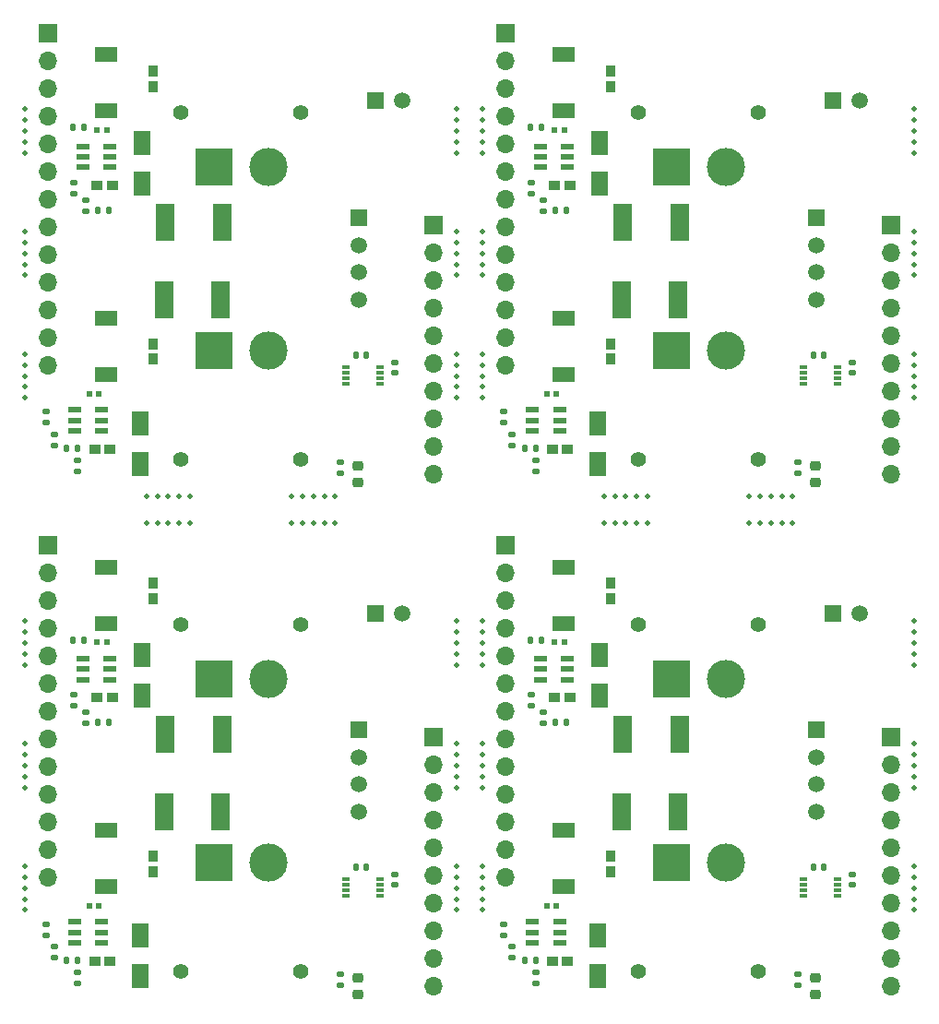
<source format=gbr>
%TF.GenerationSoftware,KiCad,Pcbnew,(6.0.11)*%
%TF.CreationDate,2023-02-14T10:41:56+13:00*%
%TF.ProjectId,shield_panel,73686965-6c64-45f7-9061-6e656c2e6b69,rev?*%
%TF.SameCoordinates,Original*%
%TF.FileFunction,Soldermask,Top*%
%TF.FilePolarity,Negative*%
%FSLAX46Y46*%
G04 Gerber Fmt 4.6, Leading zero omitted, Abs format (unit mm)*
G04 Created by KiCad (PCBNEW (6.0.11)) date 2023-02-14 10:41:56*
%MOMM*%
%LPD*%
G01*
G04 APERTURE LIST*
G04 Aperture macros list*
%AMRoundRect*
0 Rectangle with rounded corners*
0 $1 Rounding radius*
0 $2 $3 $4 $5 $6 $7 $8 $9 X,Y pos of 4 corners*
0 Add a 4 corners polygon primitive as box body*
4,1,4,$2,$3,$4,$5,$6,$7,$8,$9,$2,$3,0*
0 Add four circle primitives for the rounded corners*
1,1,$1+$1,$2,$3*
1,1,$1+$1,$4,$5*
1,1,$1+$1,$6,$7*
1,1,$1+$1,$8,$9*
0 Add four rect primitives between the rounded corners*
20,1,$1+$1,$2,$3,$4,$5,0*
20,1,$1+$1,$4,$5,$6,$7,0*
20,1,$1+$1,$6,$7,$8,$9,0*
20,1,$1+$1,$8,$9,$2,$3,0*%
G04 Aperture macros list end*
%ADD10C,0.500000*%
%ADD11R,1.010000X0.930000*%
%ADD12R,1.150000X0.600000*%
%ADD13R,0.530000X0.600000*%
%ADD14RoundRect,0.135000X-0.135000X-0.185000X0.135000X-0.185000X0.135000X0.185000X-0.135000X0.185000X0*%
%ADD15RoundRect,0.135000X0.185000X-0.135000X0.185000X0.135000X-0.185000X0.135000X-0.185000X-0.135000X0*%
%ADD16R,1.630000X2.169999*%
%ADD17C,1.400000*%
%ADD18R,3.500000X3.500000*%
%ADD19C,3.500000*%
%ADD20RoundRect,0.218750X-0.256250X0.218750X-0.256250X-0.218750X0.256250X-0.218750X0.256250X0.218750X0*%
%ADD21R,2.108200X1.411999*%
%ADD22R,1.700000X1.700000*%
%ADD23O,1.700000X1.700000*%
%ADD24RoundRect,0.135000X0.135000X0.185000X-0.135000X0.185000X-0.135000X-0.185000X0.135000X-0.185000X0*%
%ADD25RoundRect,0.135000X-0.185000X0.135000X-0.185000X-0.135000X0.185000X-0.135000X0.185000X0.135000X0*%
%ADD26R,0.930000X1.010000*%
%ADD27R,0.800000X0.300000*%
%ADD28R,1.508000X1.508000*%
%ADD29C,1.508000*%
%ADD30R,1.778000X3.505200*%
%ADD31RoundRect,0.140000X-0.140000X-0.170000X0.140000X-0.170000X0.140000X0.170000X-0.140000X0.170000X0*%
%ADD32RoundRect,0.140000X-0.170000X0.140000X-0.170000X-0.140000X0.170000X-0.140000X0.170000X0.140000X0*%
G04 APERTURE END LIST*
D10*
%TO.C,REF\u002A\u002A*%
X66200000Y-85500000D03*
%TD*%
D11*
%TO.C,C207*%
X30582000Y-55450000D03*
X32000000Y-55450000D03*
%TD*%
D10*
%TO.C,REF\u002A\u002A*%
X77333333Y-62200000D03*
%TD*%
%TO.C,REF\u002A\u002A*%
X90666666Y-62200000D03*
%TD*%
D12*
%TO.C,IC202*%
X29500000Y-27700000D03*
X29500000Y-28650000D03*
X29500000Y-29600000D03*
X32000000Y-29600000D03*
X32000000Y-28650000D03*
X32000000Y-27700000D03*
%TD*%
D13*
%TO.C,C202*%
X72100000Y-50400000D03*
X72974000Y-50400000D03*
%TD*%
D10*
%TO.C,REF\u002A\u002A*%
X79333333Y-59800000D03*
%TD*%
%TO.C,REF\u002A\u002A*%
X63800000Y-37500000D03*
%TD*%
%TO.C,REF\u002A\u002A*%
X105800000Y-85500000D03*
%TD*%
D14*
%TO.C,R210*%
X28590000Y-72950000D03*
X29610000Y-72950000D03*
%TD*%
D15*
%TO.C,R205*%
X71050000Y-57460000D03*
X71050000Y-56440000D03*
%TD*%
D10*
%TO.C,REF\u002A\u002A*%
X66200000Y-73250000D03*
%TD*%
%TO.C,REF\u002A\u002A*%
X24200000Y-38500000D03*
%TD*%
%TO.C,REF\u002A\u002A*%
X63800000Y-71250000D03*
%TD*%
%TO.C,REF\u002A\u002A*%
X66200000Y-49750000D03*
%TD*%
%TO.C,REF\u002A\u002A*%
X63800000Y-26250000D03*
%TD*%
D16*
%TO.C,D206*%
X76900000Y-27328001D03*
X76900000Y-31048001D03*
%TD*%
D10*
%TO.C,REF\u002A\u002A*%
X35333334Y-62200000D03*
%TD*%
%TO.C,REF\u002A\u002A*%
X48666666Y-59800000D03*
%TD*%
D17*
%TO.C,J202*%
X49500000Y-56400000D03*
X38500000Y-56400000D03*
D18*
X41500000Y-46400000D03*
D19*
X46500000Y-46400000D03*
%TD*%
D11*
%TO.C,C207*%
X72582000Y-102450000D03*
X74000000Y-102450000D03*
%TD*%
D10*
%TO.C,REF\u002A\u002A*%
X39333334Y-59800000D03*
%TD*%
D20*
%TO.C,D501*%
X54742500Y-56962500D03*
X54742500Y-58537500D03*
%TD*%
D21*
%TO.C,L201*%
X73600000Y-95585598D03*
X73600000Y-90414402D03*
%TD*%
D10*
%TO.C,REF\u002A\u002A*%
X66200000Y-24250000D03*
%TD*%
%TO.C,REF\u002A\u002A*%
X94666666Y-59800000D03*
%TD*%
D12*
%TO.C,IC202*%
X71500000Y-74700000D03*
X71500000Y-75650000D03*
X71500000Y-76600000D03*
X74000000Y-76600000D03*
X74000000Y-75650000D03*
X74000000Y-74700000D03*
%TD*%
D15*
%TO.C,R205*%
X71050000Y-104460000D03*
X71050000Y-103440000D03*
%TD*%
D12*
%TO.C,IC202*%
X29500000Y-74700000D03*
X29500000Y-75650000D03*
X29500000Y-76600000D03*
X32000000Y-76600000D03*
X32000000Y-75650000D03*
X32000000Y-74700000D03*
%TD*%
D10*
%TO.C,REF\u002A\u002A*%
X66200000Y-39500000D03*
%TD*%
%TO.C,REF\u002A\u002A*%
X93666666Y-59800000D03*
%TD*%
%TO.C,REF\u002A\u002A*%
X24200000Y-96750000D03*
%TD*%
D22*
%TO.C,J504*%
X61717000Y-81890000D03*
D23*
X61717000Y-84430000D03*
X61717000Y-86970000D03*
X61717000Y-89510000D03*
X61717000Y-92050000D03*
X61717000Y-94590000D03*
X61717000Y-97130000D03*
X61717000Y-99670000D03*
X61717000Y-102210000D03*
X61717000Y-104750000D03*
%TD*%
D11*
%TO.C,C211*%
X30791000Y-78250000D03*
X32209000Y-78250000D03*
%TD*%
D24*
%TO.C,R206*%
X29050000Y-102350000D03*
X28030000Y-102350000D03*
%TD*%
D10*
%TO.C,REF\u002A\u002A*%
X24200000Y-36500000D03*
%TD*%
%TO.C,REF\u002A\u002A*%
X24200000Y-73250000D03*
%TD*%
%TO.C,REF\u002A\u002A*%
X105800000Y-38500000D03*
%TD*%
%TO.C,REF\u002A\u002A*%
X94666666Y-62200000D03*
%TD*%
D25*
%TO.C,R213*%
X29800000Y-79590000D03*
X29800000Y-80610000D03*
%TD*%
D10*
%TO.C,REF\u002A\u002A*%
X63800000Y-82500000D03*
%TD*%
D25*
%TO.C,R202*%
X68850000Y-101090000D03*
X68850000Y-102110000D03*
%TD*%
D10*
%TO.C,REF\u002A\u002A*%
X66200000Y-50750000D03*
%TD*%
D17*
%TO.C,J201*%
X91500000Y-24550000D03*
X80500000Y-24550000D03*
D18*
X83500000Y-29550000D03*
D19*
X88500000Y-29550000D03*
%TD*%
D10*
%TO.C,REF\u002A\u002A*%
X105800000Y-28250000D03*
%TD*%
%TO.C,REF\u002A\u002A*%
X79333333Y-62200000D03*
%TD*%
%TO.C,REF\u002A\u002A*%
X91666666Y-59800000D03*
%TD*%
%TO.C,REF\u002A\u002A*%
X66200000Y-93750000D03*
%TD*%
%TO.C,REF\u002A\u002A*%
X66200000Y-36500000D03*
%TD*%
D13*
%TO.C,C209*%
X30813000Y-73150000D03*
X31687000Y-73150000D03*
%TD*%
%TO.C,C202*%
X72100000Y-97400000D03*
X72974000Y-97400000D03*
%TD*%
D10*
%TO.C,REF\u002A\u002A*%
X105800000Y-84500000D03*
%TD*%
D15*
%TO.C,R205*%
X29050000Y-57460000D03*
X29050000Y-56440000D03*
%TD*%
D25*
%TO.C,R213*%
X71800000Y-79590000D03*
X71800000Y-80610000D03*
%TD*%
D11*
%TO.C,C211*%
X30791000Y-31250000D03*
X32209000Y-31250000D03*
%TD*%
D10*
%TO.C,REF\u002A\u002A*%
X105800000Y-48750000D03*
%TD*%
%TO.C,REF\u002A\u002A*%
X37333334Y-62200000D03*
%TD*%
%TO.C,REF\u002A\u002A*%
X66200000Y-83500000D03*
%TD*%
%TO.C,REF\u002A\u002A*%
X39333334Y-62200000D03*
%TD*%
%TO.C,REF\u002A\u002A*%
X24200000Y-83500000D03*
%TD*%
D26*
%TO.C,C210*%
X35917000Y-22200000D03*
X35917000Y-20782000D03*
%TD*%
D10*
%TO.C,REF\u002A\u002A*%
X24200000Y-72250000D03*
%TD*%
D20*
%TO.C,D501*%
X96742500Y-103962500D03*
X96742500Y-105537500D03*
%TD*%
D10*
%TO.C,REF\u002A\u002A*%
X105800000Y-37500000D03*
%TD*%
%TO.C,REF\u002A\u002A*%
X105800000Y-75250000D03*
%TD*%
D27*
%TO.C,U502*%
X53670000Y-94945000D03*
X53670000Y-95445000D03*
X53670000Y-95945000D03*
X53670000Y-96445000D03*
X56770000Y-96445000D03*
X56770000Y-95945000D03*
X56770000Y-95445000D03*
X56770000Y-94945000D03*
%TD*%
D17*
%TO.C,J201*%
X38500000Y-71550000D03*
X49500000Y-71550000D03*
D18*
X41500000Y-76550000D03*
D19*
X46500000Y-76550000D03*
%TD*%
D25*
%TO.C,R201*%
X68150000Y-52030000D03*
X68150000Y-53050000D03*
%TD*%
D12*
%TO.C,IC201*%
X70750000Y-51850000D03*
X70750000Y-52800000D03*
X70750000Y-53750000D03*
X73250000Y-53750000D03*
X73250000Y-52800000D03*
X73250000Y-51850000D03*
%TD*%
D10*
%TO.C,REF\u002A\u002A*%
X105800000Y-72250000D03*
%TD*%
D28*
%TO.C,J501*%
X54825000Y-34237500D03*
D29*
X54825000Y-36737500D03*
X54825000Y-39237500D03*
X54825000Y-41737500D03*
%TD*%
D20*
%TO.C,D501*%
X54742500Y-103962500D03*
X54742500Y-105537500D03*
%TD*%
D10*
%TO.C,REF\u002A\u002A*%
X66200000Y-47750000D03*
%TD*%
D30*
%TO.C,F202*%
X79043400Y-34650000D03*
X84275800Y-34650000D03*
%TD*%
D24*
%TO.C,R206*%
X29050000Y-55350000D03*
X28030000Y-55350000D03*
%TD*%
D10*
%TO.C,REF\u002A\u002A*%
X24200000Y-49750000D03*
%TD*%
%TO.C,REF\u002A\u002A*%
X24200000Y-24250000D03*
%TD*%
D17*
%TO.C,J201*%
X91500000Y-71550000D03*
X80500000Y-71550000D03*
D18*
X83500000Y-76550000D03*
D19*
X88500000Y-76550000D03*
%TD*%
D17*
%TO.C,J202*%
X91500000Y-103400000D03*
X80500000Y-103400000D03*
D18*
X83500000Y-93400000D03*
D19*
X88500000Y-93400000D03*
%TD*%
D24*
%TO.C,R212*%
X73860000Y-80500000D03*
X72840000Y-80500000D03*
%TD*%
D11*
%TO.C,C211*%
X72791000Y-78250000D03*
X74209000Y-78250000D03*
%TD*%
D10*
%TO.C,REF\u002A\u002A*%
X92666666Y-59800000D03*
%TD*%
%TO.C,REF\u002A\u002A*%
X66200000Y-27250000D03*
%TD*%
%TO.C,REF\u002A\u002A*%
X78333333Y-62200000D03*
%TD*%
%TO.C,REF\u002A\u002A*%
X66200000Y-84500000D03*
%TD*%
%TO.C,REF\u002A\u002A*%
X81333333Y-59800000D03*
%TD*%
%TO.C,REF\u002A\u002A*%
X105800000Y-97750000D03*
%TD*%
D31*
%TO.C,C502*%
X96545000Y-93825000D03*
X97505000Y-93825000D03*
%TD*%
D10*
%TO.C,REF\u002A\u002A*%
X66200000Y-72250000D03*
%TD*%
%TO.C,REF\u002A\u002A*%
X63800000Y-35500000D03*
%TD*%
D13*
%TO.C,C209*%
X72813000Y-73150000D03*
X73687000Y-73150000D03*
%TD*%
D10*
%TO.C,REF\u002A\u002A*%
X63800000Y-72250000D03*
%TD*%
D26*
%TO.C,C210*%
X77917000Y-22200000D03*
X77917000Y-20782000D03*
%TD*%
D30*
%TO.C,F202*%
X37043400Y-34650000D03*
X42275800Y-34650000D03*
%TD*%
D28*
%TO.C,J502*%
X56325000Y-70500000D03*
D29*
X58825000Y-70500000D03*
%TD*%
D16*
%TO.C,D202*%
X34800000Y-53090000D03*
X34800000Y-56810000D03*
%TD*%
D24*
%TO.C,R212*%
X31860000Y-80500000D03*
X30840000Y-80500000D03*
%TD*%
D10*
%TO.C,REF\u002A\u002A*%
X24200000Y-74250000D03*
%TD*%
D17*
%TO.C,J202*%
X49500000Y-103400000D03*
X38500000Y-103400000D03*
D18*
X41500000Y-93400000D03*
D19*
X46500000Y-93400000D03*
%TD*%
D10*
%TO.C,REF\u002A\u002A*%
X66200000Y-94750000D03*
%TD*%
%TO.C,REF\u002A\u002A*%
X92666666Y-62200000D03*
%TD*%
%TO.C,REF\u002A\u002A*%
X24200000Y-97750000D03*
%TD*%
%TO.C,REF\u002A\u002A*%
X66200000Y-96750000D03*
%TD*%
D27*
%TO.C,U502*%
X53670000Y-47945000D03*
X53670000Y-48445000D03*
X53670000Y-48945000D03*
X53670000Y-49445000D03*
X56770000Y-49445000D03*
X56770000Y-48945000D03*
X56770000Y-48445000D03*
X56770000Y-47945000D03*
%TD*%
D10*
%TO.C,REF\u002A\u002A*%
X66200000Y-82500000D03*
%TD*%
D17*
%TO.C,J201*%
X38500000Y-24550000D03*
X49500000Y-24550000D03*
D18*
X41500000Y-29550000D03*
D19*
X46500000Y-29550000D03*
%TD*%
D10*
%TO.C,REF\u002A\u002A*%
X63800000Y-84500000D03*
%TD*%
%TO.C,REF\u002A\u002A*%
X105800000Y-74250000D03*
%TD*%
%TO.C,REF\u002A\u002A*%
X24200000Y-75250000D03*
%TD*%
D21*
%TO.C,L201*%
X73600000Y-48585598D03*
X73600000Y-43414402D03*
%TD*%
D10*
%TO.C,REF\u002A\u002A*%
X66200000Y-86500000D03*
%TD*%
%TO.C,REF\u002A\u002A*%
X63800000Y-46750000D03*
%TD*%
%TO.C,REF\u002A\u002A*%
X66200000Y-26250000D03*
%TD*%
%TO.C,REF\u002A\u002A*%
X63800000Y-39500000D03*
%TD*%
D14*
%TO.C,R210*%
X70590000Y-72950000D03*
X71610000Y-72950000D03*
%TD*%
D10*
%TO.C,REF\u002A\u002A*%
X78333333Y-59800000D03*
%TD*%
%TO.C,REF\u002A\u002A*%
X63800000Y-86500000D03*
%TD*%
%TO.C,REF\u002A\u002A*%
X66200000Y-35500000D03*
%TD*%
D30*
%TO.C,F201*%
X78933800Y-88750000D03*
X84166200Y-88750000D03*
%TD*%
D10*
%TO.C,REF\u002A\u002A*%
X49666666Y-62200000D03*
%TD*%
%TO.C,REF\u002A\u002A*%
X63800000Y-97750000D03*
%TD*%
D16*
%TO.C,D206*%
X76900000Y-74328001D03*
X76900000Y-78048001D03*
%TD*%
D10*
%TO.C,REF\u002A\u002A*%
X63800000Y-74250000D03*
%TD*%
D31*
%TO.C,C502*%
X96545000Y-46825000D03*
X97505000Y-46825000D03*
%TD*%
D13*
%TO.C,C209*%
X72813000Y-26150000D03*
X73687000Y-26150000D03*
%TD*%
D22*
%TO.C,J504*%
X103717000Y-81890000D03*
D23*
X103717000Y-84430000D03*
X103717000Y-86970000D03*
X103717000Y-89510000D03*
X103717000Y-92050000D03*
X103717000Y-94590000D03*
X103717000Y-97130000D03*
X103717000Y-99670000D03*
X103717000Y-102210000D03*
X103717000Y-104750000D03*
%TD*%
D10*
%TO.C,REF\u002A\u002A*%
X63800000Y-24250000D03*
%TD*%
%TO.C,REF\u002A\u002A*%
X63800000Y-94750000D03*
%TD*%
D24*
%TO.C,R212*%
X73860000Y-33500000D03*
X72840000Y-33500000D03*
%TD*%
D10*
%TO.C,REF\u002A\u002A*%
X90666666Y-59800000D03*
%TD*%
D11*
%TO.C,C211*%
X72791000Y-31250000D03*
X74209000Y-31250000D03*
%TD*%
D25*
%TO.C,R211*%
X28700000Y-77990000D03*
X28700000Y-79010000D03*
%TD*%
D10*
%TO.C,REF\u002A\u002A*%
X66200000Y-71250000D03*
%TD*%
%TO.C,REF\u002A\u002A*%
X66200000Y-25250000D03*
%TD*%
D21*
%TO.C,L201*%
X31600000Y-95585598D03*
X31600000Y-90414402D03*
%TD*%
D10*
%TO.C,REF\u002A\u002A*%
X66200000Y-37500000D03*
%TD*%
%TO.C,REF\u002A\u002A*%
X36333334Y-62200000D03*
%TD*%
%TO.C,REF\u002A\u002A*%
X24200000Y-27250000D03*
%TD*%
%TO.C,REF\u002A\u002A*%
X24200000Y-47750000D03*
%TD*%
%TO.C,REF\u002A\u002A*%
X37333334Y-59800000D03*
%TD*%
%TO.C,REF\u002A\u002A*%
X91666666Y-62200000D03*
%TD*%
%TO.C,REF\u002A\u002A*%
X49666666Y-59800000D03*
%TD*%
%TO.C,REF\u002A\u002A*%
X24200000Y-28250000D03*
%TD*%
%TO.C,REF\u002A\u002A*%
X66200000Y-48750000D03*
%TD*%
%TO.C,REF\u002A\u002A*%
X63800000Y-28250000D03*
%TD*%
D25*
%TO.C,R501*%
X95172500Y-103665000D03*
X95172500Y-104685000D03*
%TD*%
D10*
%TO.C,REF\u002A\u002A*%
X105800000Y-47750000D03*
%TD*%
%TO.C,REF\u002A\u002A*%
X24200000Y-39500000D03*
%TD*%
%TO.C,REF\u002A\u002A*%
X80333333Y-59800000D03*
%TD*%
%TO.C,REF\u002A\u002A*%
X51666666Y-62200000D03*
%TD*%
D32*
%TO.C,C503*%
X58140000Y-94510000D03*
X58140000Y-95470000D03*
%TD*%
D10*
%TO.C,REF\u002A\u002A*%
X35333334Y-59800000D03*
%TD*%
%TO.C,REF\u002A\u002A*%
X77333333Y-59800000D03*
%TD*%
D14*
%TO.C,R210*%
X28590000Y-25950000D03*
X29610000Y-25950000D03*
%TD*%
D28*
%TO.C,J501*%
X96825000Y-34237500D03*
D29*
X96825000Y-36737500D03*
X96825000Y-39237500D03*
X96825000Y-41737500D03*
%TD*%
D26*
%TO.C,C204*%
X35917000Y-47204500D03*
X35917000Y-45786500D03*
%TD*%
D25*
%TO.C,R213*%
X29800000Y-32590000D03*
X29800000Y-33610000D03*
%TD*%
%TO.C,R501*%
X53172500Y-103665000D03*
X53172500Y-104685000D03*
%TD*%
D13*
%TO.C,C209*%
X30813000Y-26150000D03*
X31687000Y-26150000D03*
%TD*%
D10*
%TO.C,REF\u002A\u002A*%
X80333333Y-62200000D03*
%TD*%
D32*
%TO.C,C503*%
X100140000Y-47510000D03*
X100140000Y-48470000D03*
%TD*%
D28*
%TO.C,J502*%
X98325000Y-23500000D03*
D29*
X100825000Y-23500000D03*
%TD*%
D21*
%TO.C,L203*%
X31650000Y-71435598D03*
X31650000Y-66264402D03*
%TD*%
D10*
%TO.C,REF\u002A\u002A*%
X93666666Y-62200000D03*
%TD*%
%TO.C,REF\u002A\u002A*%
X105800000Y-96750000D03*
%TD*%
D21*
%TO.C,L201*%
X31600000Y-48585598D03*
X31600000Y-43414402D03*
%TD*%
D16*
%TO.C,D202*%
X76800000Y-53090000D03*
X76800000Y-56810000D03*
%TD*%
D10*
%TO.C,REF\u002A\u002A*%
X24200000Y-94750000D03*
%TD*%
%TO.C,REF\u002A\u002A*%
X63800000Y-49750000D03*
%TD*%
%TO.C,REF\u002A\u002A*%
X63800000Y-73250000D03*
%TD*%
%TO.C,REF\u002A\u002A*%
X24200000Y-86500000D03*
%TD*%
D24*
%TO.C,R212*%
X31860000Y-33500000D03*
X30840000Y-33500000D03*
%TD*%
D10*
%TO.C,REF\u002A\u002A*%
X63800000Y-27250000D03*
%TD*%
%TO.C,REF\u002A\u002A*%
X81333333Y-62200000D03*
%TD*%
D26*
%TO.C,C204*%
X77917000Y-47204500D03*
X77917000Y-45786500D03*
%TD*%
D10*
%TO.C,REF\u002A\u002A*%
X63800000Y-48750000D03*
%TD*%
%TO.C,REF\u002A\u002A*%
X24200000Y-26250000D03*
%TD*%
D15*
%TO.C,R205*%
X29050000Y-104460000D03*
X29050000Y-103440000D03*
%TD*%
D10*
%TO.C,REF\u002A\u002A*%
X24200000Y-71250000D03*
%TD*%
D30*
%TO.C,F202*%
X79043400Y-81650000D03*
X84275800Y-81650000D03*
%TD*%
D20*
%TO.C,D501*%
X96742500Y-56962500D03*
X96742500Y-58537500D03*
%TD*%
D10*
%TO.C,REF\u002A\u002A*%
X63800000Y-93750000D03*
%TD*%
%TO.C,REF\u002A\u002A*%
X66200000Y-97750000D03*
%TD*%
D16*
%TO.C,D202*%
X34800000Y-100090000D03*
X34800000Y-103810000D03*
%TD*%
D22*
%TO.C,J504*%
X61717000Y-34890000D03*
D23*
X61717000Y-37430000D03*
X61717000Y-39970000D03*
X61717000Y-42510000D03*
X61717000Y-45050000D03*
X61717000Y-47590000D03*
X61717000Y-50130000D03*
X61717000Y-52670000D03*
X61717000Y-55210000D03*
X61717000Y-57750000D03*
%TD*%
D10*
%TO.C,REF\u002A\u002A*%
X63800000Y-47750000D03*
%TD*%
D24*
%TO.C,R206*%
X71050000Y-102350000D03*
X70030000Y-102350000D03*
%TD*%
D22*
%TO.C,J506*%
X26300000Y-64308000D03*
D23*
X26300000Y-66848000D03*
X26300000Y-69388000D03*
X26300000Y-71928000D03*
X26300000Y-74468000D03*
X26300000Y-77008000D03*
X26300000Y-79548000D03*
X26300000Y-82088000D03*
X26300000Y-84628000D03*
X26300000Y-87168000D03*
X26300000Y-89708000D03*
X26300000Y-92248000D03*
X26300000Y-94788000D03*
%TD*%
D28*
%TO.C,J501*%
X96825000Y-81237500D03*
D29*
X96825000Y-83737500D03*
X96825000Y-86237500D03*
X96825000Y-88737500D03*
%TD*%
D10*
%TO.C,REF\u002A\u002A*%
X66200000Y-38500000D03*
%TD*%
D22*
%TO.C,J506*%
X26300000Y-17308000D03*
D23*
X26300000Y-19848000D03*
X26300000Y-22388000D03*
X26300000Y-24928000D03*
X26300000Y-27468000D03*
X26300000Y-30008000D03*
X26300000Y-32548000D03*
X26300000Y-35088000D03*
X26300000Y-37628000D03*
X26300000Y-40168000D03*
X26300000Y-42708000D03*
X26300000Y-45248000D03*
X26300000Y-47788000D03*
%TD*%
D10*
%TO.C,REF\u002A\u002A*%
X50666666Y-59800000D03*
%TD*%
D11*
%TO.C,C207*%
X72582000Y-55450000D03*
X74000000Y-55450000D03*
%TD*%
D10*
%TO.C,REF\u002A\u002A*%
X66200000Y-75250000D03*
%TD*%
%TO.C,REF\u002A\u002A*%
X105800000Y-73250000D03*
%TD*%
D25*
%TO.C,R211*%
X70700000Y-30990000D03*
X70700000Y-32010000D03*
%TD*%
D10*
%TO.C,REF\u002A\u002A*%
X52666666Y-59800000D03*
%TD*%
%TO.C,REF\u002A\u002A*%
X50666666Y-62200000D03*
%TD*%
D12*
%TO.C,IC202*%
X71500000Y-27700000D03*
X71500000Y-28650000D03*
X71500000Y-29600000D03*
X74000000Y-29600000D03*
X74000000Y-28650000D03*
X74000000Y-27700000D03*
%TD*%
D10*
%TO.C,REF\u002A\u002A*%
X24200000Y-48750000D03*
%TD*%
D28*
%TO.C,J502*%
X98325000Y-70500000D03*
D29*
X100825000Y-70500000D03*
%TD*%
D10*
%TO.C,REF\u002A\u002A*%
X105800000Y-86500000D03*
%TD*%
D32*
%TO.C,C503*%
X58140000Y-47510000D03*
X58140000Y-48470000D03*
%TD*%
D26*
%TO.C,C204*%
X35917000Y-94204500D03*
X35917000Y-92786500D03*
%TD*%
D10*
%TO.C,REF\u002A\u002A*%
X38333334Y-59800000D03*
%TD*%
%TO.C,REF\u002A\u002A*%
X105800000Y-83500000D03*
%TD*%
%TO.C,REF\u002A\u002A*%
X66200000Y-28250000D03*
%TD*%
D26*
%TO.C,C210*%
X35917000Y-69200000D03*
X35917000Y-67782000D03*
%TD*%
D10*
%TO.C,REF\u002A\u002A*%
X105800000Y-27250000D03*
%TD*%
D32*
%TO.C,C503*%
X100140000Y-94510000D03*
X100140000Y-95470000D03*
%TD*%
D10*
%TO.C,REF\u002A\u002A*%
X105800000Y-35500000D03*
%TD*%
%TO.C,REF\u002A\u002A*%
X63800000Y-50750000D03*
%TD*%
%TO.C,REF\u002A\u002A*%
X105800000Y-95750000D03*
%TD*%
D22*
%TO.C,J506*%
X68300000Y-17308000D03*
D23*
X68300000Y-19848000D03*
X68300000Y-22388000D03*
X68300000Y-24928000D03*
X68300000Y-27468000D03*
X68300000Y-30008000D03*
X68300000Y-32548000D03*
X68300000Y-35088000D03*
X68300000Y-37628000D03*
X68300000Y-40168000D03*
X68300000Y-42708000D03*
X68300000Y-45248000D03*
X68300000Y-47788000D03*
%TD*%
D14*
%TO.C,R210*%
X70590000Y-25950000D03*
X71610000Y-25950000D03*
%TD*%
D13*
%TO.C,C202*%
X30100000Y-50400000D03*
X30974000Y-50400000D03*
%TD*%
D25*
%TO.C,R202*%
X26850000Y-101090000D03*
X26850000Y-102110000D03*
%TD*%
D21*
%TO.C,L203*%
X73650000Y-24435598D03*
X73650000Y-19264402D03*
%TD*%
D25*
%TO.C,R211*%
X28700000Y-30990000D03*
X28700000Y-32010000D03*
%TD*%
D22*
%TO.C,J504*%
X103717000Y-34890000D03*
D23*
X103717000Y-37430000D03*
X103717000Y-39970000D03*
X103717000Y-42510000D03*
X103717000Y-45050000D03*
X103717000Y-47590000D03*
X103717000Y-50130000D03*
X103717000Y-52670000D03*
X103717000Y-55210000D03*
X103717000Y-57750000D03*
%TD*%
D10*
%TO.C,REF\u002A\u002A*%
X24200000Y-50750000D03*
%TD*%
D25*
%TO.C,R213*%
X71800000Y-32590000D03*
X71800000Y-33610000D03*
%TD*%
D10*
%TO.C,REF\u002A\u002A*%
X24200000Y-35500000D03*
%TD*%
%TO.C,REF\u002A\u002A*%
X63800000Y-25250000D03*
%TD*%
%TO.C,REF\u002A\u002A*%
X105800000Y-46750000D03*
%TD*%
%TO.C,REF\u002A\u002A*%
X24200000Y-82500000D03*
%TD*%
%TO.C,REF\u002A\u002A*%
X63800000Y-36500000D03*
%TD*%
D27*
%TO.C,U502*%
X95670000Y-47945000D03*
X95670000Y-48445000D03*
X95670000Y-48945000D03*
X95670000Y-49445000D03*
X98770000Y-49445000D03*
X98770000Y-48945000D03*
X98770000Y-48445000D03*
X98770000Y-47945000D03*
%TD*%
%TO.C,U502*%
X95670000Y-94945000D03*
X95670000Y-95445000D03*
X95670000Y-95945000D03*
X95670000Y-96445000D03*
X98770000Y-96445000D03*
X98770000Y-95945000D03*
X98770000Y-95445000D03*
X98770000Y-94945000D03*
%TD*%
D10*
%TO.C,REF\u002A\u002A*%
X105800000Y-26250000D03*
%TD*%
D25*
%TO.C,R501*%
X95172500Y-56665000D03*
X95172500Y-57685000D03*
%TD*%
D11*
%TO.C,C207*%
X30582000Y-102450000D03*
X32000000Y-102450000D03*
%TD*%
D26*
%TO.C,C210*%
X77917000Y-69200000D03*
X77917000Y-67782000D03*
%TD*%
D10*
%TO.C,REF\u002A\u002A*%
X105800000Y-49750000D03*
%TD*%
%TO.C,REF\u002A\u002A*%
X105800000Y-82500000D03*
%TD*%
D25*
%TO.C,R201*%
X26150000Y-99030000D03*
X26150000Y-100050000D03*
%TD*%
D30*
%TO.C,F201*%
X78933800Y-41750000D03*
X84166200Y-41750000D03*
%TD*%
D10*
%TO.C,REF\u002A\u002A*%
X63800000Y-95750000D03*
%TD*%
D26*
%TO.C,C204*%
X77917000Y-94204500D03*
X77917000Y-92786500D03*
%TD*%
D10*
%TO.C,REF\u002A\u002A*%
X63800000Y-75250000D03*
%TD*%
%TO.C,REF\u002A\u002A*%
X24200000Y-37500000D03*
%TD*%
%TO.C,REF\u002A\u002A*%
X48666666Y-62200000D03*
%TD*%
D28*
%TO.C,J502*%
X56325000Y-23500000D03*
D29*
X58825000Y-23500000D03*
%TD*%
D25*
%TO.C,R501*%
X53172500Y-56665000D03*
X53172500Y-57685000D03*
%TD*%
D10*
%TO.C,REF\u002A\u002A*%
X63800000Y-38500000D03*
%TD*%
D25*
%TO.C,R211*%
X70700000Y-77990000D03*
X70700000Y-79010000D03*
%TD*%
D12*
%TO.C,IC201*%
X28750000Y-98850000D03*
X28750000Y-99800000D03*
X28750000Y-100750000D03*
X31250000Y-100750000D03*
X31250000Y-99800000D03*
X31250000Y-98850000D03*
%TD*%
D10*
%TO.C,REF\u002A\u002A*%
X24200000Y-84500000D03*
%TD*%
%TO.C,REF\u002A\u002A*%
X24200000Y-25250000D03*
%TD*%
D31*
%TO.C,C502*%
X54545000Y-93825000D03*
X55505000Y-93825000D03*
%TD*%
D30*
%TO.C,F202*%
X37043400Y-81650000D03*
X42275800Y-81650000D03*
%TD*%
D24*
%TO.C,R206*%
X71050000Y-55350000D03*
X70030000Y-55350000D03*
%TD*%
D16*
%TO.C,D206*%
X34900000Y-27328001D03*
X34900000Y-31048001D03*
%TD*%
D10*
%TO.C,REF\u002A\u002A*%
X105800000Y-94750000D03*
%TD*%
%TO.C,REF\u002A\u002A*%
X66200000Y-74250000D03*
%TD*%
%TO.C,REF\u002A\u002A*%
X24200000Y-85500000D03*
%TD*%
%TO.C,REF\u002A\u002A*%
X24200000Y-95750000D03*
%TD*%
%TO.C,REF\u002A\u002A*%
X36333334Y-59800000D03*
%TD*%
D31*
%TO.C,C502*%
X54545000Y-46825000D03*
X55505000Y-46825000D03*
%TD*%
D30*
%TO.C,F201*%
X36933800Y-41750000D03*
X42166200Y-41750000D03*
%TD*%
D13*
%TO.C,C202*%
X30100000Y-97400000D03*
X30974000Y-97400000D03*
%TD*%
D10*
%TO.C,REF\u002A\u002A*%
X51666666Y-59800000D03*
%TD*%
%TO.C,REF\u002A\u002A*%
X24200000Y-93750000D03*
%TD*%
D25*
%TO.C,R202*%
X68850000Y-54090000D03*
X68850000Y-55110000D03*
%TD*%
D10*
%TO.C,REF\u002A\u002A*%
X105800000Y-93750000D03*
%TD*%
D17*
%TO.C,J202*%
X80500000Y-56400000D03*
X91500000Y-56400000D03*
D18*
X83500000Y-46400000D03*
D19*
X88500000Y-46400000D03*
%TD*%
D10*
%TO.C,REF\u002A\u002A*%
X105800000Y-25250000D03*
%TD*%
%TO.C,REF\u002A\u002A*%
X105800000Y-39500000D03*
%TD*%
D21*
%TO.C,L203*%
X31650000Y-24435598D03*
X31650000Y-19264402D03*
%TD*%
D16*
%TO.C,D206*%
X34900000Y-74328001D03*
X34900000Y-78048001D03*
%TD*%
D10*
%TO.C,REF\u002A\u002A*%
X105800000Y-50750000D03*
%TD*%
D21*
%TO.C,L203*%
X73650000Y-71435598D03*
X73650000Y-66264402D03*
%TD*%
D10*
%TO.C,REF\u002A\u002A*%
X66200000Y-46750000D03*
%TD*%
D25*
%TO.C,R201*%
X68150000Y-99030000D03*
X68150000Y-100050000D03*
%TD*%
D10*
%TO.C,REF\u002A\u002A*%
X105800000Y-36500000D03*
%TD*%
D16*
%TO.C,D202*%
X76800000Y-100090000D03*
X76800000Y-103810000D03*
%TD*%
D28*
%TO.C,J501*%
X54825000Y-81237500D03*
D29*
X54825000Y-83737500D03*
X54825000Y-86237500D03*
X54825000Y-88737500D03*
%TD*%
D10*
%TO.C,REF\u002A\u002A*%
X52666666Y-62200000D03*
%TD*%
%TO.C,REF\u002A\u002A*%
X63800000Y-83500000D03*
%TD*%
%TO.C,REF\u002A\u002A*%
X63800000Y-96750000D03*
%TD*%
D25*
%TO.C,R202*%
X26850000Y-54090000D03*
X26850000Y-55110000D03*
%TD*%
D12*
%TO.C,IC201*%
X70750000Y-98850000D03*
X70750000Y-99800000D03*
X70750000Y-100750000D03*
X73250000Y-100750000D03*
X73250000Y-99800000D03*
X73250000Y-98850000D03*
%TD*%
D10*
%TO.C,REF\u002A\u002A*%
X63800000Y-85500000D03*
%TD*%
%TO.C,REF\u002A\u002A*%
X105800000Y-71250000D03*
%TD*%
D12*
%TO.C,IC201*%
X28750000Y-51850000D03*
X28750000Y-52800000D03*
X28750000Y-53750000D03*
X31250000Y-53750000D03*
X31250000Y-52800000D03*
X31250000Y-51850000D03*
%TD*%
D10*
%TO.C,REF\u002A\u002A*%
X24200000Y-46750000D03*
%TD*%
%TO.C,REF\u002A\u002A*%
X38333334Y-62200000D03*
%TD*%
D30*
%TO.C,F201*%
X36933800Y-88750000D03*
X42166200Y-88750000D03*
%TD*%
D10*
%TO.C,REF\u002A\u002A*%
X66200000Y-95750000D03*
%TD*%
D22*
%TO.C,J506*%
X68300000Y-64308000D03*
D23*
X68300000Y-66848000D03*
X68300000Y-69388000D03*
X68300000Y-71928000D03*
X68300000Y-74468000D03*
X68300000Y-77008000D03*
X68300000Y-79548000D03*
X68300000Y-82088000D03*
X68300000Y-84628000D03*
X68300000Y-87168000D03*
X68300000Y-89708000D03*
X68300000Y-92248000D03*
X68300000Y-94788000D03*
%TD*%
D25*
%TO.C,R201*%
X26150000Y-52030000D03*
X26150000Y-53050000D03*
%TD*%
D10*
%TO.C,REF\u002A\u002A*%
X105800000Y-24250000D03*
%TD*%
M02*

</source>
